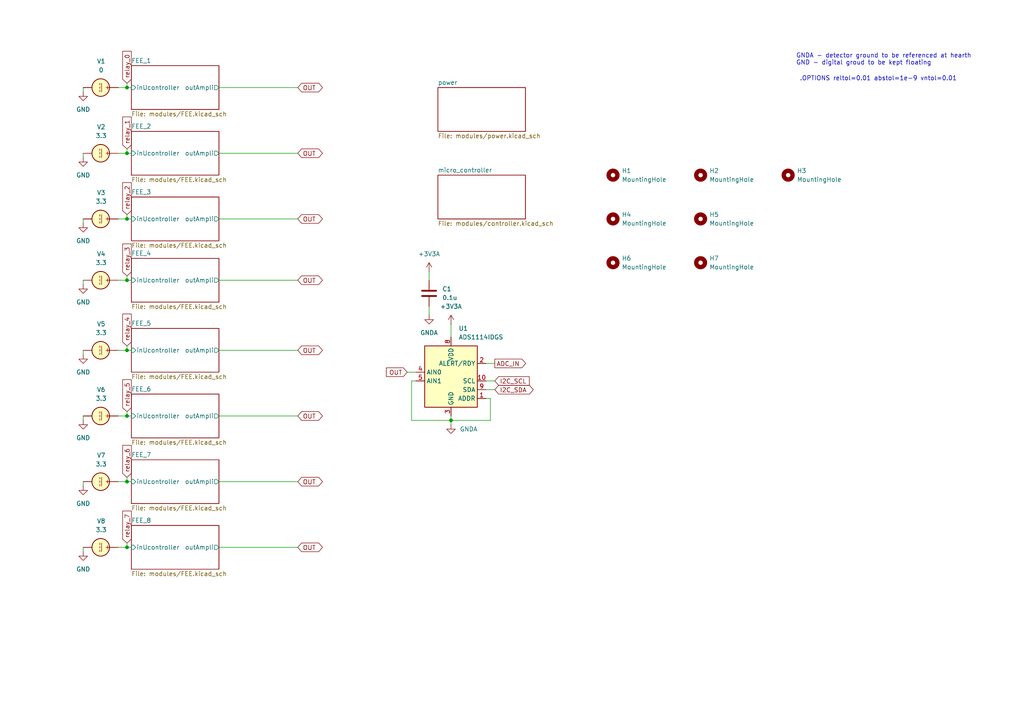
<source format=kicad_sch>
(kicad_sch (version 20250114) (generator "eeschema") (generator_version "9.0")
  (paper "A4")
  (lib_symbols
    (symbol "Analog_ADC:ADS1114IDGS"
      (property "Reference" "U" (at 2.54 13.97 0))
      (property "Value" "ADS1114IDGS" (at 7.62 11.43 0))
      (symbol "ADS1114IDGS_0_1"
        (rectangle (start -7.62 10.16) (end 7.62 -7.62) (stroke (width 0.254)) (fill (type background)))
      )
      (symbol "ADS1114IDGS_1_1"
        (pin input line (at -10.16 2.54 0) (length 2.54) (name "AIN0") (number "4"))
        (pin input line (at -10.16 0 0) (length 2.54) (name "AIN1") (number "5"))
        (pin no_connect line (at -7.62 7.62 0) (length 2.54) (hide yes) (name "~") (number "6"))
        (pin no_connect line (at -7.62 5.08 0) (length 2.54) (hide yes) (name "~") (number "7"))
        (pin power_in line (at 0 12.7 270) (length 2.54) (name "VDD") (number "8"))
        (pin power_in line (at 0 -10.16 90) (length 2.54) (name "GND") (number "3"))
        (pin output line (at 10.16 5.08 180) (length 2.54) (name "ALERT/RDY") (number "2"))
        (pin input line (at 10.16 0 180) (length 2.54) (name "SCL") (number "10"))
        (pin bidirectional line (at 10.16 -2.54 180) (length 2.54) (name "SDA") (number "9"))
        (pin input line (at 10.16 -5.08 180) (length 2.54) (name "ADDR") (number "1"))
      )
    )
    (symbol "Device:C" (pin_numbers (hide yes)) (pin_names (offset 0.254))
      (property "Reference" "C" (at 0.635 2.54 0))
      (property "Value" "C" (at 0.635 -2.54 0))
      (symbol "C_0_1"
        (polyline (pts (xy -2.032 0.762) (xy 2.032 0.762)) (stroke (width 0.508)))
        (polyline (pts (xy -2.032 -0.762) (xy 2.032 -0.762)) (stroke (width 0.508)))
      )
      (symbol "C_1_1"
        (pin passive line (at 0 3.81 270) (length 2.794) (name "~") (number "1"))
        (pin passive line (at 0 -3.81 90) (length 2.794) (name "~") (number "2"))
      )
    )
    (symbol "Mechanical:MountingHole" (pin_names (offset 1.016)) (in_bom no)
      (property "Reference" "H" (at 0 5.08 0))
      (property "Value" "MountingHole" (at 0 3.175 0))
      (symbol "MountingHole_0_1"
        (circle (center 0 0) (radius 1.27) (stroke (width 1.27)))
      )
    )
    (symbol "Simulation_SPICE:VDC" (pin_numbers (hide yes)) (pin_names (offset 0.0254))
      (property "Reference" "V" (at 2.54 2.54 0))
      (property "Value" "1" (at 2.54 0 0))
      (symbol "VDC_0_0"
        (polyline (pts (xy -1.27 0.254) (xy 1.27 0.254)))
        (polyline (pts (xy -0.762 -0.254) (xy -1.27 -0.254)))
        (polyline (pts (xy 0.254 -0.254) (xy -0.254 -0.254)))
        (polyline (pts (xy 1.27 -0.254) (xy 0.762 -0.254)))
        (text "+" (at 0 1.905 0) (effects (font (size 1.27 1.27))))
      )
      (symbol "VDC_0_1"
        (circle (center 0 0) (radius 2.54) (stroke (width 0.254)) (fill (type background)))
      )
      (symbol "VDC_1_1"
        (pin passive line (at 0 5.08 270) (length 2.54) (name "~") (number "1"))
        (pin passive line (at 0 -5.08 90) (length 2.54) (name "~") (number "2"))
      )
    )
    (symbol "power:+5V" (power) (pin_numbers (hide yes)) (pin_names (offset 0) (hide yes))
      (property "Value" "+5V" (at 0 3.556 0))
      (symbol "+5V_0_1"
        (polyline (pts (xy -0.762 1.27) (xy 0 2.54)))
        (polyline (pts (xy 0 2.54) (xy 0.762 1.27)))
        (polyline (pts (xy 0 0) (xy 0 2.54)))
      )
      (symbol "+5V_1_1"
        (pin power_in line (at 0 0 90) (length 0) (name "~") (number "1"))
      )
    )
    (symbol "power:GND" (power) (pin_numbers (hide yes)) (pin_names (offset 0) (hide yes))
      (property "Value" "GND" (at 0 -3.81 0))
      (symbol "GND_0_1"
        (polyline (pts (xy 0 0) (xy 0 -1.27) (xy 1.27 -1.27) (xy 0 -2.54) (xy -1.27 -1.27) (xy 0 -1.27)))
      )
      (symbol "GND_1_1"
        (pin power_in line (at 0 0 270) (length 0) (name "~") (number "1"))
      )
    )
    (symbol "power:GNDA" (power) (pin_numbers (hide yes)) (pin_names (offset 0) (hide yes))
      (property "Value" "GNDA" (at 0 -3.81 0))
      (symbol "GNDA_0_1"
        (polyline (pts (xy 0 0) (xy 0 -1.27) (xy 1.27 -1.27) (xy 0 -2.54) (xy -1.27 -1.27) (xy 0 -1.27)))
      )
      (symbol "GNDA_1_1"
        (pin power_in line (at 0 0 270) (length 0) (name "~") (number "1"))
      )
    )
  )
  (text ".OPTIONS reltol=0.01 abstol=1e-9 vntol=0.01" (at 254.762 22.86 0) (effects (font (size 1.27 1.27))))
  (text "GNDA - detector ground to be referenced at hearth\nGND - digital groud to be kept floating" (at 230.886 17.272 0) (effects (font (size 1.27 1.27)) (justify left)))
  (junction (at 36.83 120.65))
  (junction (at 36.83 101.6))
  (junction (at 36.83 81.28))
  (junction (at 36.83 44.45))
  (junction (at 36.83 25.4))
  (junction (at 36.83 158.75))
  (junction (at 36.83 63.5))
  (junction (at 36.83 139.7))
  (junction (at 130.81 121.92))
  (wire (pts (xy 124.46 78.74) (xy 124.46 81.28)))
  (wire (pts (xy 118.11 107.95) (xy 120.65 107.95)))
  (wire (pts (xy 140.97 115.57) (xy 142.24 115.57)))
  (wire (pts (xy 130.81 121.92) (xy 130.81 123.19)))
  (wire (pts (xy 36.83 44.45) (xy 38.1 44.45)))
  (wire (pts (xy 124.46 88.9) (xy 124.46 91.44)))
  (wire (pts (xy 63.5 158.75) (xy 86.36 158.75)))
  (wire (pts (xy 36.83 81.28) (xy 38.1 81.28)))
  (wire (pts (xy 36.83 101.6) (xy 38.1 101.6)))
  (wire (pts (xy 63.5 25.4) (xy 86.36 25.4)))
  (wire (pts (xy 63.5 120.65) (xy 86.36 120.65)))
  (wire (pts (xy 24.13 158.75) (xy 24.13 160.02)))
  (wire (pts (xy 24.13 120.65) (xy 24.13 121.92)))
  (wire (pts (xy 34.29 120.65) (xy 36.83 120.65)))
  (wire (pts (xy 130.81 93.98) (xy 130.81 97.79)))
  (wire (pts (xy 24.13 25.4) (xy 24.13 26.67)))
  (wire (pts (xy 36.83 120.65) (xy 38.1 120.65)))
  (wire (pts (xy 63.5 139.7) (xy 86.36 139.7)))
  (wire (pts (xy 140.97 105.41) (xy 143.51 105.41)))
  (wire (pts (xy 140.97 113.03) (xy 143.51 113.03)))
  (wire (pts (xy 34.29 139.7) (xy 36.83 139.7)))
  (wire (pts (xy 36.83 63.5) (xy 38.1 63.5)))
  (wire (pts (xy 36.83 138.43) (xy 36.83 139.7)))
  (wire (pts (xy 36.83 25.4) (xy 38.1 25.4)))
  (wire (pts (xy 34.29 25.4) (xy 36.83 25.4)))
  (wire (pts (xy 36.83 62.23) (xy 36.83 63.5)))
  (wire (pts (xy 142.24 115.57) (xy 142.24 121.92)))
  (wire (pts (xy 36.83 100.33) (xy 36.83 101.6)))
  (wire (pts (xy 119.38 121.92) (xy 130.81 121.92)))
  (wire (pts (xy 63.5 63.5) (xy 86.36 63.5)))
  (wire (pts (xy 34.29 101.6) (xy 36.83 101.6)))
  (wire (pts (xy 24.13 44.45) (xy 24.13 45.72)))
  (wire (pts (xy 34.29 81.28) (xy 36.83 81.28)))
  (wire (pts (xy 36.83 157.48) (xy 36.83 158.75)))
  (wire (pts (xy 36.83 43.18) (xy 36.83 44.45)))
  (wire (pts (xy 24.13 101.6) (xy 24.13 102.87)))
  (wire (pts (xy 36.83 119.38) (xy 36.83 120.65)))
  (wire (pts (xy 63.5 81.28) (xy 86.36 81.28)))
  (wire (pts (xy 140.97 110.49) (xy 143.51 110.49)))
  (wire (pts (xy 36.83 158.75) (xy 38.1 158.75)))
  (wire (pts (xy 34.29 44.45) (xy 36.83 44.45)))
  (wire (pts (xy 119.38 110.49) (xy 119.38 121.92)))
  (wire (pts (xy 36.83 80.01) (xy 36.83 81.28)))
  (wire (pts (xy 24.13 139.7) (xy 24.13 140.97)))
  (wire (pts (xy 34.29 63.5) (xy 36.83 63.5)))
  (wire (pts (xy 130.81 121.92) (xy 142.24 121.92)))
  (wire (pts (xy 63.5 101.6) (xy 86.36 101.6)))
  (wire (pts (xy 63.5 44.45) (xy 86.36 44.45)))
  (wire (pts (xy 36.83 139.7) (xy 38.1 139.7)))
  (wire (pts (xy 119.38 110.49) (xy 120.65 110.49)))
  (wire (pts (xy 24.13 63.5) (xy 24.13 64.77)))
  (wire (pts (xy 36.83 24.13) (xy 36.83 25.4)))
  (wire (pts (xy 34.29 158.75) (xy 36.83 158.75)))
  (wire (pts (xy 130.81 120.65) (xy 130.81 121.92)))
  (wire (pts (xy 24.13 81.28) (xy 24.13 82.55)))
  (global_label "relay_1" (shape input) (at 36.83 43.18 90) (property "Intersheetrefs" "${INTERSHEET_REFS}" (effects (hide yes))))
  (global_label "relay_4" (shape input) (at 36.83 100.33 90) (property "Intersheetrefs" "${INTERSHEET_REFS}" (effects (hide yes))))
  (global_label "OUT" (shape bidirectional) (at 86.36 120.65 0) (property "Intersheetrefs" "${INTERSHEET_REFS}" (effects (hide yes))))
  (global_label "I2C_SDA" (shape bidirectional) (at 143.51 113.03 0) (property "Intersheetrefs" "${INTERSHEET_REFS}" (effects (hide yes))))
  (global_label "OUT" (shape bidirectional) (at 86.36 158.75 0) (property "Intersheetrefs" "${INTERSHEET_REFS}" (effects (hide yes))))
  (global_label "OUT" (shape bidirectional) (at 86.36 81.28 0) (property "Intersheetrefs" "${INTERSHEET_REFS}" (effects (hide yes))))
  (global_label "relay_3" (shape input) (at 36.83 80.01 90) (property "Intersheetrefs" "${INTERSHEET_REFS}" (effects (hide yes))))
  (global_label "OUT" (shape bidirectional) (at 86.36 63.5 0) (property "Intersheetrefs" "${INTERSHEET_REFS}" (effects (hide yes))))
  (global_label "OUT" (shape bidirectional) (at 86.36 25.4 0) (property "Intersheetrefs" "${INTERSHEET_REFS}" (effects (hide yes))))
  (global_label "OUT" (shape input) (at 118.11 107.95 180) (property "Intersheetrefs" "${INTERSHEET_REFS}" (effects (hide yes))))
  (global_label "relay_7" (shape input) (at 36.83 157.48 90) (property "Intersheetrefs" "${INTERSHEET_REFS}" (effects (hide yes))))
  (global_label "OUT" (shape bidirectional) (at 86.36 44.45 0) (property "Intersheetrefs" "${INTERSHEET_REFS}" (effects (hide yes))))
  (global_label "relay_5" (shape input) (at 36.83 119.38 90) (property "Intersheetrefs" "${INTERSHEET_REFS}" (effects (hide yes))))
  (global_label "OUT" (shape bidirectional) (at 86.36 101.6 0) (property "Intersheetrefs" "${INTERSHEET_REFS}" (effects (hide yes))))
  (global_label "relay_0" (shape input) (at 36.83 24.13 90) (property "Intersheetrefs" "${INTERSHEET_REFS}" (effects (hide yes))))
  (global_label "relay_6" (shape input) (at 36.83 138.43 90) (property "Intersheetrefs" "${INTERSHEET_REFS}" (effects (hide yes))))
  (global_label "relay_2" (shape input) (at 36.83 62.23 90) (property "Intersheetrefs" "${INTERSHEET_REFS}" (effects (hide yes))))
  (global_label "OUT" (shape bidirectional) (at 86.36 139.7 0) (property "Intersheetrefs" "${INTERSHEET_REFS}" (effects (hide yes))))
  (global_label "ADC_IN" (shape output) (at 143.51 105.41 0) (property "Intersheetrefs" "${INTERSHEET_REFS}" (effects (hide yes))))
  (global_label "I2C_SCL" (shape input) (at 143.51 110.49 0) (property "Intersheetrefs" "${INTERSHEET_REFS}" (effects (hide yes))))
  (symbol (lib_id "power:GNDA") (at 24.13 140.97 0) (unit 1)
    (property "Reference" "#PWR07" (effects (hide yes)))
    (property "Value" "GND" (at 24.13 146.05 0))
    (property "Description" "Power symbol creates a global label with name \"GNDA\" , analog ground" (effects (hide yes)))
  )
  (symbol (lib_id "power:+5V") (at 124.46 78.74 0) (unit 1)
    (property "Reference" "#PWR09" (effects (hide yes)))
    (property "Value" "+3V3A" (at 124.46 73.66 0))
    (property "Description" "Power symbol creates a global label with name \"+5V\"" (effects (hide yes)))
  )
  (symbol (lib_id "power:GNDA") (at 24.13 64.77 0) (unit 1)
    (property "Reference" "#PWR03" (effects (hide yes)))
    (property "Value" "GND" (at 24.13 69.85 0))
    (property "Description" "Power symbol creates a global label with name \"GNDA\" , analog ground" (effects (hide yes)))
  )
  (symbol (lib_id "Mechanical:MountingHole") (at 177.8 50.8 0) (unit 1) (exclude_from_sim yes) (in_bom no)
    (property "Reference" "H1" (at 180.34 49.5299 0) (effects (justify left)))
    (property "Value" "MountingHole" (at 180.34 52.0699 0) (effects (justify left)))
    (property "Footprint" "MountingHole:ToolingHole_1.152mm" (effects (hide yes)))
    (property "Description" "Mounting Hole without connection" (effects (hide yes)))
  )
  (symbol (lib_id "Analog_ADC:ADS1114IDGS") (at 130.81 110.49 0) (unit 1) (exclude_from_sim yes)
    (property "Reference" "U1" (at 133.0041 95.25 0) (effects (justify left)))
    (property "Value" "ADS1114IDGS" (at 133.0041 97.79 0) (effects (justify left)))
    (property "Footprint" "Package_SO:TSSOP-10_3x3mm_P0.5mm" (effects (hide yes)))
    (property "Datasheet" "http://www.ti.com/lit/ds/symlink/ads1113.pdf" (effects (hide yes)))
    (property "Description" "Ultra-Small, Low-Power, I2C-Compatible, 860-SPS, 16-Bit ADCs With Internal Reference, Oscillator, and Programmable Comparator, VSSOP-10" (effects (hide yes)))
  )
  (symbol (lib_id "Simulation_SPICE:VDC") (at 29.21 158.75 270) (unit 1) (in_bom no) (on_board no)
    (property "Reference" "V8" (at 29.3398 151.13 90))
    (property "Value" "3.3" (at 29.3398 153.67 90))
    (property "Datasheet" "https://ngspice.sourceforge.io/docs/ngspice-html-manual/manual.xhtml#sec_Independent_Sources_for" (effects (hide yes)))
    (property "Description" "Voltage source, DC" (effects (hide yes)))
    (property "Sim.Pins" "1=+ 2=-" (effects (hide yes)))
    (property "Sim.Type" "DC" (effects (hide yes)))
    (property "Sim.Device" "V" (effects (hide yes)))
  )
  (symbol (lib_id "Simulation_SPICE:VDC") (at 29.21 81.28 270) (unit 1) (in_bom no) (on_board no)
    (property "Reference" "V4" (at 29.3398 73.66 90))
    (property "Value" "3.3" (at 29.3398 76.2 90))
    (property "Datasheet" "https://ngspice.sourceforge.io/docs/ngspice-html-manual/manual.xhtml#sec_Independent_Sources_for" (effects (hide yes)))
    (property "Description" "Voltage source, DC" (effects (hide yes)))
    (property "Sim.Pins" "1=+ 2=-" (effects (hide yes)))
    (property "Sim.Type" "DC" (effects (hide yes)))
    (property "Sim.Device" "V" (effects (hide yes)))
  )
  (symbol (lib_id "Simulation_SPICE:VDC") (at 29.21 101.6 270) (unit 1) (in_bom no) (on_board no)
    (property "Reference" "V5" (at 29.3398 93.98 90))
    (property "Value" "3.3" (at 29.3398 96.52 90))
    (property "Datasheet" "https://ngspice.sourceforge.io/docs/ngspice-html-manual/manual.xhtml#sec_Independent_Sources_for" (effects (hide yes)))
    (property "Description" "Voltage source, DC" (effects (hide yes)))
    (property "Sim.Pins" "1=+ 2=-" (effects (hide yes)))
    (property "Sim.Type" "DC" (effects (hide yes)))
    (property "Sim.Device" "V" (effects (hide yes)))
  )
  (symbol (lib_id "Mechanical:MountingHole") (at 203.2 63.5 0) (unit 1) (exclude_from_sim yes) (in_bom no)
    (property "Reference" "H5" (at 205.74 62.2299 0) (effects (justify left)))
    (property "Value" "MountingHole" (at 205.74 64.7699 0) (effects (justify left)))
    (property "Footprint" "MountingHole:MountingHole_3.2mm_M3_DIN965" (effects (hide yes)))
    (property "Description" "Mounting Hole without connection" (effects (hide yes)))
  )
  (symbol (lib_id "Mechanical:MountingHole") (at 203.2 76.2 0) (unit 1) (exclude_from_sim yes) (in_bom no)
    (property "Reference" "H7" (at 205.74 74.9299 0) (effects (justify left)))
    (property "Value" "MountingHole" (at 205.74 77.4699 0) (effects (justify left)))
    (property "Footprint" "MountingHole:MountingHole_3.2mm_M3_DIN965" (effects (hide yes)))
    (property "Description" "Mounting Hole without connection" (effects (hide yes)))
  )
  (symbol (lib_id "Simulation_SPICE:VDC") (at 29.21 139.7 270) (unit 1) (in_bom no) (on_board no)
    (property "Reference" "V7" (at 29.3398 132.08 90))
    (property "Value" "3.3" (at 29.3398 134.62 90))
    (property "Datasheet" "https://ngspice.sourceforge.io/docs/ngspice-html-manual/manual.xhtml#sec_Independent_Sources_for" (effects (hide yes)))
    (property "Description" "Voltage source, DC" (effects (hide yes)))
    (property "Sim.Pins" "1=+ 2=-" (effects (hide yes)))
    (property "Sim.Type" "DC" (effects (hide yes)))
    (property "Sim.Device" "V" (effects (hide yes)))
  )
  (symbol (lib_id "power:GNDA") (at 24.13 160.02 0) (unit 1)
    (property "Reference" "#PWR08" (effects (hide yes)))
    (property "Value" "GND" (at 24.13 165.1 0))
    (property "Description" "Power symbol creates a global label with name \"GNDA\" , analog ground" (effects (hide yes)))
  )
  (symbol (lib_id "Simulation_SPICE:VDC") (at 29.21 25.4 270) (unit 1) (in_bom no) (on_board no)
    (property "Reference" "V1" (at 29.3398 17.78 90))
    (property "Value" "0" (at 29.3398 20.32 90))
    (property "Datasheet" "https://ngspice.sourceforge.io/docs/ngspice-html-manual/manual.xhtml#sec_Independent_Sources_for" (effects (hide yes)))
    (property "Description" "Voltage source, DC" (effects (hide yes)))
    (property "Sim.Pins" "1=+ 2=-" (effects (hide yes)))
    (property "Sim.Type" "DC" (effects (hide yes)))
    (property "Sim.Device" "V" (effects (hide yes)))
  )
  (symbol (lib_id "power:+5V") (at 130.81 93.98 0) (unit 1)
    (property "Reference" "#PWR011" (effects (hide yes)))
    (property "Value" "+3V3A" (at 130.81 88.9 0))
    (property "Description" "Power symbol creates a global label with name \"+5V\"" (effects (hide yes)))
  )
  (symbol (lib_id "power:GNDA") (at 24.13 102.87 0) (unit 1)
    (property "Reference" "#PWR05" (effects (hide yes)))
    (property "Value" "GND" (at 24.13 107.95 0))
    (property "Description" "Power symbol creates a global label with name \"GNDA\" , analog ground" (effects (hide yes)))
  )
  (symbol (lib_id "Mechanical:MountingHole") (at 177.8 63.5 0) (unit 1) (exclude_from_sim yes) (in_bom no)
    (property "Reference" "H4" (at 180.34 62.2299 0) (effects (justify left)))
    (property "Value" "MountingHole" (at 180.34 64.7699 0) (effects (justify left)))
    (property "Footprint" "MountingHole:MountingHole_3.2mm_M3_DIN965" (effects (hide yes)))
    (property "Description" "Mounting Hole without connection" (effects (hide yes)))
  )
  (symbol (lib_id "power:GNDA") (at 24.13 45.72 0) (unit 1)
    (property "Reference" "#PWR02" (effects (hide yes)))
    (property "Value" "GND" (at 24.13 50.8 0))
    (property "Description" "Power symbol creates a global label with name \"GNDA\" , analog ground" (effects (hide yes)))
  )
  (symbol (lib_id "Simulation_SPICE:VDC") (at 29.21 63.5 270) (unit 1) (in_bom no) (on_board no)
    (property "Reference" "V3" (at 29.3398 55.88 90))
    (property "Value" "3.3" (at 29.3398 58.42 90))
    (property "Datasheet" "https://ngspice.sourceforge.io/docs/ngspice-html-manual/manual.xhtml#sec_Independent_Sources_for" (effects (hide yes)))
    (property "Description" "Voltage source, DC" (effects (hide yes)))
    (property "Sim.Pins" "1=+ 2=-" (effects (hide yes)))
    (property "Sim.Type" "DC" (effects (hide yes)))
    (property "Sim.Device" "V" (effects (hide yes)))
  )
  (symbol (lib_id "power:GNDA") (at 24.13 26.67 0) (unit 1)
    (property "Reference" "#PWR01" (effects (hide yes)))
    (property "Value" "GND" (at 24.13 31.75 0))
    (property "Description" "Power symbol creates a global label with name \"GNDA\" , analog ground" (effects (hide yes)))
  )
  (symbol (lib_id "Simulation_SPICE:VDC") (at 29.21 44.45 270) (unit 1) (in_bom no) (on_board no)
    (property "Reference" "V2" (at 29.3398 36.83 90))
    (property "Value" "3.3" (at 29.3398 39.37 90))
    (property "Datasheet" "https://ngspice.sourceforge.io/docs/ngspice-html-manual/manual.xhtml#sec_Independent_Sources_for" (effects (hide yes)))
    (property "Description" "Voltage source, DC" (effects (hide yes)))
    (property "Sim.Pins" "1=+ 2=-" (effects (hide yes)))
    (property "Sim.Type" "DC" (effects (hide yes)))
    (property "Sim.Device" "V" (effects (hide yes)))
  )
  (symbol (lib_id "Mechanical:MountingHole") (at 203.2 50.8 0) (unit 1) (exclude_from_sim yes) (in_bom no)
    (property "Reference" "H2" (at 205.74 49.5299 0) (effects (justify left)))
    (property "Value" "MountingHole" (at 205.74 52.0699 0) (effects (justify left)))
    (property "Footprint" "MountingHole:ToolingHole_1.152mm" (effects (hide yes)))
    (property "Description" "Mounting Hole without connection" (effects (hide yes)))
  )
  (symbol (lib_id "power:GND") (at 124.46 91.44 0) (unit 1)
    (property "Reference" "#PWR010" (effects (hide yes)))
    (property "Value" "GNDA" (at 124.46 96.52 0))
    (property "Description" "Power symbol creates a global label with name \"GND\" , ground" (effects (hide yes)))
  )
  (symbol (lib_id "power:GNDA") (at 24.13 121.92 0) (unit 1)
    (property "Reference" "#PWR06" (effects (hide yes)))
    (property "Value" "GND" (at 24.13 127 0))
    (property "Description" "Power symbol creates a global label with name \"GNDA\" , analog ground" (effects (hide yes)))
  )
  (symbol (lib_id "Device:C") (at 124.46 85.09 0) (unit 1) (exclude_from_sim yes)
    (property "Reference" "C1" (at 128.27 83.8199 0) (effects (justify left)))
    (property "Value" "0.1u" (at 128.27 86.3599 0) (effects (justify left)))
    (property "Footprint" "Capacitor_SMD:C_0603_1608Metric" (effects (hide yes)))
    (property "Description" "Unpolarized capacitor" (effects (hide yes)))
  )
  (symbol (lib_id "power:GND") (at 130.81 123.19 0) (unit 1)
    (property "Reference" "#PWR012" (effects (hide yes)))
    (property "Value" "GNDA" (at 133.35 124.4599 0) (effects (justify left)))
    (property "Description" "Power symbol creates a global label with name \"GND\" , ground" (effects (hide yes)))
  )
  (symbol (lib_id "Simulation_SPICE:VDC") (at 29.21 120.65 270) (unit 1) (in_bom no) (on_board no)
    (property "Reference" "V6" (at 29.3398 113.03 90))
    (property "Value" "3.3" (at 29.3398 115.57 90))
    (property "Datasheet" "https://ngspice.sourceforge.io/docs/ngspice-html-manual/manual.xhtml#sec_Independent_Sources_for" (effects (hide yes)))
    (property "Description" "Voltage source, DC" (effects (hide yes)))
    (property "Sim.Pins" "1=+ 2=-" (effects (hide yes)))
    (property "Sim.Type" "DC" (effects (hide yes)))
    (property "Sim.Device" "V" (effects (hide yes)))
  )
  (symbol (lib_id "power:GNDA") (at 24.13 82.55 0) (unit 1)
    (property "Reference" "#PWR04" (effects (hide yes)))
    (property "Value" "GND" (at 24.13 87.63 0))
    (property "Description" "Power symbol creates a global label with name \"GNDA\" , analog ground" (effects (hide yes)))
  )
  (symbol (lib_id "Mechanical:MountingHole") (at 228.6 50.8 0) (unit 1) (exclude_from_sim yes) (in_bom no)
    (property "Reference" "H3" (at 231.14 49.5299 0) (effects (justify left)))
    (property "Value" "MountingHole" (at 231.14 52.0699 0) (effects (justify left)))
    (property "Footprint" "MountingHole:ToolingHole_1.152mm" (effects (hide yes)))
    (property "Description" "Mounting Hole without connection" (effects (hide yes)))
  )
  (symbol (lib_id "Mechanical:MountingHole") (at 177.8 76.2 0) (unit 1) (exclude_from_sim yes) (in_bom no)
    (property "Reference" "H6" (at 180.34 74.9299 0) (effects (justify left)))
    (property "Value" "MountingHole" (at 180.34 77.4699 0) (effects (justify left)))
    (property "Footprint" "MountingHole:MountingHole_3.2mm_M3_DIN965" (effects (hide yes)))
    (property "Description" "Mounting Hole without connection" (effects (hide yes)))
  )
  (sheet (at 38.1 38.1) (size 25.4 12.7) (stroke (width 0.1524))
    (property "Sheetname" "FEE_2" (at 38.1 37.3884 0) (effects (justify left bottom)))
    (property "Sheetfile" "modules/FEE.kicad_sch" (at 38.1 51.3846 0) (effects (justify left top)))
    (pin "inUcontroller" input (at 38.1 44.45 180))
    (pin "outAmpli" output (at 63.5 44.45 0))
  )
  (sheet (at 38.1 133.35) (size 25.4 12.7) (stroke (width 0.1524))
    (property "Sheetname" "FEE_7" (at 38.1 132.6384 0) (effects (justify left bottom)))
    (property "Sheetfile" "modules/FEE.kicad_sch" (at 38.1 146.6346 0) (effects (justify left top)))
    (pin "inUcontroller" input (at 38.1 139.7 180))
    (pin "outAmpli" output (at 63.5 139.7 0))
  )
  (sheet (at 38.1 95.25) (size 25.4 12.7) (stroke (width 0.1524))
    (property "Sheetname" "FEE_5" (at 38.1 94.5384 0) (effects (justify left bottom)))
    (property "Sheetfile" "modules/FEE.kicad_sch" (at 38.1 108.5346 0) (effects (justify left top)))
    (pin "inUcontroller" input (at 38.1 101.6 180))
    (pin "outAmpli" output (at 63.5 101.6 0))
  )
  (sheet (at 127 50.8) (size 25.4 12.7) (stroke (width 0.1524))
    (property "Sheetname" "micro_controller" (at 127 50.0884 0) (effects (justify left bottom)))
    (property "Sheetfile" "modules/controller.kicad_sch" (at 127 64.0846 0) (effects (justify left top)))
  )
  (sheet (at 38.1 114.3) (size 25.4 12.7) (stroke (width 0.1524))
    (property "Sheetname" "FEE_6" (at 38.1 113.5884 0) (effects (justify left bottom)))
    (property "Sheetfile" "modules/FEE.kicad_sch" (at 38.1 127.5846 0) (effects (justify left top)))
    (pin "inUcontroller" input (at 38.1 120.65 180))
    (pin "outAmpli" output (at 63.5 120.65 0))
  )
  (sheet (at 38.1 74.93) (size 25.4 12.7) (stroke (width 0.1524))
    (property "Sheetname" "FEE_4" (at 38.1 74.2184 0) (effects (justify left bottom)))
    (property "Sheetfile" "modules/FEE.kicad_sch" (at 38.1 88.2146 0) (effects (justify left top)))
    (pin "inUcontroller" input (at 38.1 81.28 180))
    (pin "outAmpli" output (at 63.5 81.28 0))
  )
  (sheet (at 38.1 152.4) (size 25.4 12.7) (stroke (width 0.1524))
    (property "Sheetname" "FEE_8" (at 38.1 151.6884 0) (effects (justify left bottom)))
    (property "Sheetfile" "modules/FEE.kicad_sch" (at 38.1 165.6846 0) (effects (justify left top)))
    (pin "inUcontroller" input (at 38.1 158.75 180))
    (pin "outAmpli" output (at 63.5 158.75 0))
  )
  (sheet (at 38.1 57.15) (size 25.4 12.7) (stroke (width 0.1524))
    (property "Sheetname" "FEE_3" (at 38.1 56.4384 0) (effects (justify left bottom)))
    (property "Sheetfile" "modules/FEE.kicad_sch" (at 38.1 70.4346 0) (effects (justify left top)))
    (pin "inUcontroller" input (at 38.1 63.5 180))
    (pin "outAmpli" output (at 63.5 63.5 0))
  )
  (sheet (at 127 25.4) (size 25.4 12.7) (stroke (width 0.1524))
    (property "Sheetname" "power" (at 127 24.6884 0) (effects (justify left bottom)))
    (property "Sheetfile" "modules/power.kicad_sch" (at 127 38.6846 0) (effects (justify left top)))
  )
  (sheet (at 38.1 19.05) (size 25.4 12.7) (stroke (width 0.1524))
    (property "Sheetname" "FEE_1" (at 38.1 18.3384 0) (effects (justify left bottom)))
    (property "Sheetfile" "modules/FEE.kicad_sch" (at 38.1 32.3346 0) (effects (justify left top)))
    (pin "inUcontroller" input (at 38.1 25.4 180))
    (pin "outAmpli" output (at 63.5 25.4 0))
  )
)
</source>
